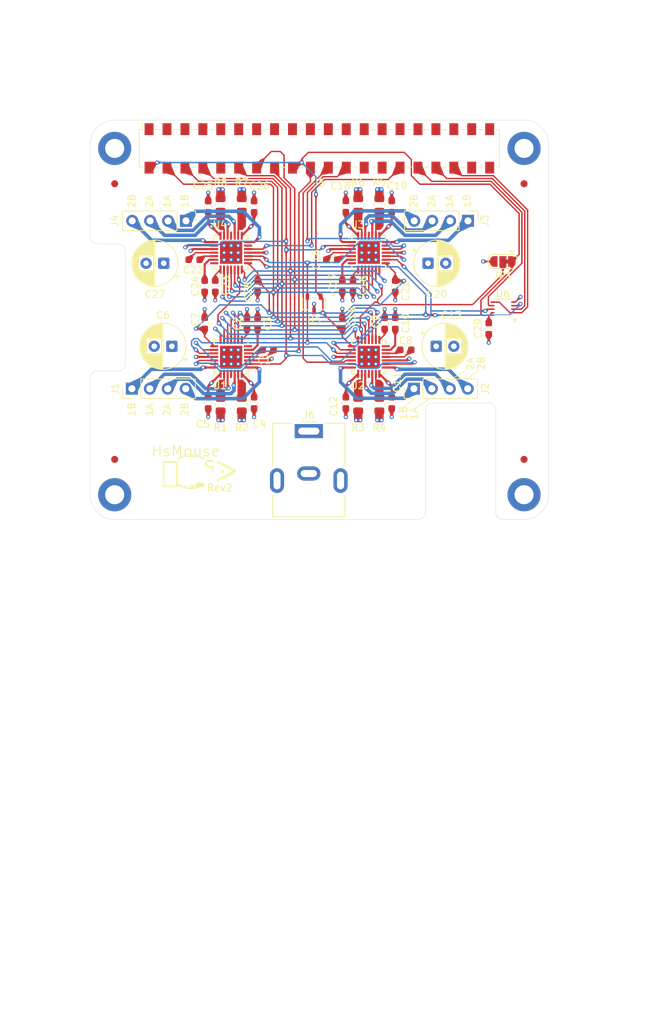
<source format=kicad_pcb>
(kicad_pcb
	(version 20241229)
	(generator "pcbnew")
	(generator_version "9.0")
	(general
		(thickness 1.6688)
		(legacy_teardrops no)
	)
	(paper "A5" portrait)
	(title_block
		(title "Quad A4988 Pi5 Hat")
		(rev "2")
	)
	(layers
		(0 "F.Cu" signal)
		(4 "In1.Cu" signal)
		(6 "In2.Cu" signal)
		(2 "B.Cu" signal)
		(9 "F.Adhes" user "F.Adhesive")
		(11 "B.Adhes" user "B.Adhesive")
		(13 "F.Paste" user)
		(15 "B.Paste" user)
		(5 "F.SilkS" user "F.Silkscreen")
		(7 "B.SilkS" user "B.Silkscreen")
		(1 "F.Mask" user)
		(3 "B.Mask" user)
		(17 "Dwgs.User" user "User.Drawings")
		(19 "Cmts.User" user "User.Comments")
		(21 "Eco1.User" user "User.Eco1")
		(23 "Eco2.User" user "User.Eco2")
		(25 "Edge.Cuts" user)
		(27 "Margin" user)
		(31 "F.CrtYd" user "F.Courtyard")
		(29 "B.CrtYd" user "B.Courtyard")
		(35 "F.Fab" user)
		(33 "B.Fab" user)
		(39 "User.1" user)
		(41 "User.2" user)
		(43 "User.3" user)
		(45 "User.4" user)
	)
	(setup
		(stackup
			(layer "F.SilkS"
				(type "Top Silk Screen")
			)
			(layer "F.Paste"
				(type "Top Solder Paste")
			)
			(layer "F.Mask"
				(type "Top Solder Mask")
				(thickness 0.01)
			)
			(layer "F.Cu"
				(type "copper")
				(thickness 0.0348)
			)
			(layer "dielectric 1"
				(type "prepreg")
				(thickness 0.1)
				(material "FR4")
				(epsilon_r 4.5)
				(loss_tangent 0.02)
			)
			(layer "In1.Cu"
				(type "copper")
				(thickness 0.0696)
			)
			(layer "dielectric 2"
				(type "core")
				(thickness 1.24)
				(material "FR4")
				(epsilon_r 4.5)
				(loss_tangent 0.02)
			)
			(layer "In2.Cu"
				(type "copper")
				(thickness 0.0696)
			)
			(layer "dielectric 3"
				(type "prepreg")
				(thickness 0.1)
				(material "FR4")
				(epsilon_r 4.5)
				(loss_tangent 0.02)
			)
			(layer "B.Cu"
				(type "copper")
				(thickness 0.0348)
			)
			(layer "B.Mask"
				(type "Bottom Solder Mask")
				(thickness 0.01)
			)
			(layer "B.Paste"
				(type "Bottom Solder Paste")
			)
			(layer "B.SilkS"
				(type "Bottom Silk Screen")
			)
			(copper_finish "None")
			(dielectric_constraints no)
		)
		(pad_to_mask_clearance 0)
		(allow_soldermask_bridges_in_footprints no)
		(tenting none)
		(aux_axis_origin 42.5 106.5)
		(grid_origin 42.5 50)
		(pcbplotparams
			(layerselection 0x00000000_00000000_55555555_5755f5ff)
			(plot_on_all_layers_selection 0x00000000_00000000_00000000_00000000)
			(disableapertmacros no)
			(usegerberextensions yes)
			(usegerberattributes no)
			(usegerberadvancedattributes no)
			(creategerberjobfile no)
			(dashed_line_dash_ratio 12.000000)
			(dashed_line_gap_ratio 3.000000)
			(svgprecision 4)
			(plotframeref no)
			(mode 1)
			(useauxorigin no)
			(hpglpennumber 1)
			(hpglpenspeed 20)
			(hpglpendiameter 15.000000)
			(pdf_front_fp_property_popups yes)
			(pdf_back_fp_property_popups yes)
			(pdf_metadata yes)
			(pdf_single_document no)
			(dxfpolygonmode yes)
			(dxfimperialunits yes)
			(dxfusepcbnewfont yes)
			(psnegative no)
			(psa4output no)
			(plot_black_and_white yes)
			(sketchpadsonfab no)
			(plotpadnumbers no)
			(hidednponfab no)
			(sketchdnponfab yes)
			(crossoutdnponfab yes)
			(subtractmaskfromsilk yes)
			(outputformat 1)
			(mirror no)
			(drillshape 0)
			(scaleselection 1)
			(outputdirectory "gerbers/")
		)
	)
	(net 0 "")
	(net 1 "Net-(U1-CP2)")
	(net 2 "Net-(U1-CP1)")
	(net 3 "Net-(U1-VREG)")
	(net 4 "GND")
	(net 5 "/PWR")
	(net 6 "Net-(U1-VCP)")
	(net 7 "/+3.3V")
	(net 8 "Net-(U2-CP2)")
	(net 9 "Net-(U2-CP1)")
	(net 10 "Net-(U2-VREG)")
	(net 11 "Net-(U2-VCP)")
	(net 12 "Net-(U3-CP1)")
	(net 13 "Net-(U3-CP2)")
	(net 14 "Net-(U3-VREG)")
	(net 15 "Net-(U3-VCP)")
	(net 16 "Net-(U4-CP1)")
	(net 17 "Net-(U4-CP2)")
	(net 18 "Net-(U4-VREG)")
	(net 19 "Net-(U4-VCP)")
	(net 20 "Net-(J1-Pin_3)")
	(net 21 "Net-(J1-Pin_4)")
	(net 22 "Net-(J1-Pin_2)")
	(net 23 "Net-(J1-Pin_1)")
	(net 24 "Net-(J2-Pin_1)")
	(net 25 "Net-(J2-Pin_4)")
	(net 26 "Net-(J2-Pin_2)")
	(net 27 "Net-(J2-Pin_3)")
	(net 28 "Net-(J3-Pin_2)")
	(net 29 "Net-(J3-Pin_3)")
	(net 30 "Net-(J3-Pin_1)")
	(net 31 "Net-(J3-Pin_4)")
	(net 32 "Net-(J4-Pin_2)")
	(net 33 "Net-(J4-Pin_4)")
	(net 34 "Net-(J4-Pin_1)")
	(net 35 "Net-(J4-Pin_3)")
	(net 36 "/DIAG2")
	(net 37 "/~{RESET}")
	(net 38 "unconnected-(J5-GPIO23{slash}SDIO_CMD-Pad16)")
	(net 39 "/PWM")
	(net 40 "unconnected-(J5-5V-Pad2)")
	(net 41 "/MS1")
	(net 42 "/~{ENABLE}")
	(net 43 "unconnected-(J5-GPIO12{slash}PWM0-Pad32)")
	(net 44 "unconnected-(J5-~{CE1}_SPI0{slash}GPIO07-Pad26)")
	(net 45 "unconnected-(J5-GPIO18{slash}SPI1_~{CE0}{slash}PCM_CLK{slash}PWM0-Pad12)")
	(net 46 "unconnected-(J5-GPIO26{slash}SDIO_DAT2-Pad37)")
	(net 47 "unconnected-(J5-ID_SD_I2C0{slash}GPIO00-Pad27)")
	(net 48 "/MS2")
	(net 49 "unconnected-(J5-GPIO20{slash}SPI1_MOSI{slash}PCM_DIN{slash}PWM1-Pad38)")
	(net 50 "/MS3")
	(net 51 "/~{SLEEP}")
	(net 52 "/DIR2")
	(net 53 "/DIR1")
	(net 54 "/DIAG1")
	(net 55 "unconnected-(J5-GPIO14{slash}UART_TXD-Pad8)")
	(net 56 "unconnected-(J5-~{CE0}_SPI0{slash}GPIO08-Pad24)")
	(net 57 "unconnected-(J5-GPIO21{slash}SPI1_SCLK{slash}PCM_DOUT-Pad40)")
	(net 58 "unconnected-(J5-GPIO25{slash}SDIO_DAT1-Pad22)")
	(net 59 "unconnected-(J5-ID_SC_I2C0{slash}GPIO01-Pad28)")
	(net 60 "unconnected-(J5-GPIO16{slash}SPI1_~{CE2}-Pad36)")
	(net 61 "unconnected-(J5-GPIO24{slash}SDIO_DAT0-Pad18)")
	(net 62 "/DIR3")
	(net 63 "unconnected-(J5-5V-Pad2)_1")
	(net 64 "unconnected-(J5-GPIO15{slash}UART_RXD-Pad10)")
	(net 65 "/DIR4")
	(net 66 "/ROSC")
	(net 67 "Net-(U1-SENSE1)")
	(net 68 "Net-(U1-SENSE2)")
	(net 69 "Net-(U2-SENSE2)")
	(net 70 "Net-(U2-SENSE1)")
	(net 71 "Net-(U3-SENSE2)")
	(net 72 "Net-(U3-SENSE1)")
	(net 73 "Net-(U4-SENSE2)")
	(net 74 "Net-(U4-SENSE1)")
	(net 75 "/STEP1")
	(net 76 "/+0.9V")
	(net 77 "/STEP2")
	(net 78 "unconnected-(J5-GND-Pad14)_7")
	(net 79 "unconnected-(J5-GND-Pad14)_6")
	(net 80 "unconnected-(J5-GND-Pad14)_5")
	(net 81 "unconnected-(J5-GND-Pad14)_4")
	(net 82 "unconnected-(J5-GND-Pad14)_3")
	(net 83 "unconnected-(J5-GND-Pad14)_2")
	(net 84 "unconnected-(J5-GND-Pad14)_1")
	(net 85 "unconnected-(J5-GND-Pad14)")
	(footprint "Capacitor_SMD:C_0603_1608Metric" (layer "F.Cu") (at 76.75 69.75))
	(footprint "Resistor_SMD:R_0805_2012Metric" (layer "F.Cu") (at 61 90.25 -90))
	(footprint "HLE-120-02-G-DV-BE-Reverse:Samtec_HLE-120-02-xxx-DV-BE-A_2x20_P2.54mm_Horizontal" (layer "F.Cu") (at 75 54))
	(footprint "A4988SETTR-T:QFN50P500X500X90-29N" (layer "F.Cu") (at 82 83.5 180))
	(footprint "Fiducial:Fiducial_1mm_Mask3mm" (layer "F.Cu") (at 46 98))
	(footprint "Capacitor_SMD:C_0603_1608Metric" (layer "F.Cu") (at 60.25 73.5 -90))
	(footprint "Capacitor_SMD:C_0603_1608Metric" (layer "F.Cu") (at 79.75 73.5 -90))
	(footprint "Jumper:SolderJumper-3_P1.3mm_Bridged12_RoundedPad1.0x1.5mm" (layer "F.Cu") (at 101 70 180))
	(footprint "MountingHole:MountingHole_2.7mm_M2.5_DIN965_Pad" (layer "F.Cu") (at 104 103))
	(footprint "Resistor_SMD:R_0805_2012Metric" (layer "F.Cu") (at 83.5 62 90))
	(footprint "SN74LVC2G08DCUR:DCU8-L" (layer "F.Cu") (at 101 76.5 180))
	(footprint "Capacitor_SMD:C_0603_1608Metric" (layer "F.Cu") (at 59.25 90 90))
	(footprint "Resistor_SMD:R_0805_2012Metric" (layer "F.Cu") (at 61 62 90))
	(footprint "MountingHole:MountingHole_2.7mm_M2.5_DIN965_Pad" (layer "F.Cu") (at 46 103))
	(footprint "Fiducial:Fiducial_1mm_Mask3mm" (layer "F.Cu") (at 46 59))
	(footprint "A4988SETTR-T:QFN50P500X500X90-29N" (layer "F.Cu") (at 62.5 83.5 180))
	(footprint "Capacitor_SMD:C_0603_1608Metric" (layer "F.Cu") (at 58.75 73.5 90))
	(footprint "Fiducial:Fiducial_1mm_Mask3mm" (layer "F.Cu") (at 104 98))
	(footprint "Resistor_SMD:R_0805_2012Metric" (layer "F.Cu") (at 80.5 62 90))
	(footprint "Connector_BarrelJack:BarrelJack_CUI_PJ-063AH_Horizontal" (layer "F.Cu") (at 73.5 94))
	(footprint "Resistor_SMD:R_0805_2012Metric" (layer "F.Cu") (at 64 90.25 -90))
	(footprint "Fiducial:Fiducial_1mm_Mask3mm" (layer "F.Cu") (at 104 59))
	(footprint "Capacitor_SMD:C_0603_1608Metric" (layer "F.Cu") (at 65.75 62.25 -90))
	(footprint "Capacitor_THT:CP_Radial_D6.3mm_P2.50mm"
		(layer "F.Cu")
		(uuid "4bb7dc12-9096-4a78-a4f3-26e30e9ca0d1")
		(at 52.95 70.25 180)
		(descr "CP, Radial series, Radial, pin pitch=2.50mm, diameter=6.3mm, height=7mm, Electrolytic Capacitor")
		(tags "CP Radial series Radial pin pitch 2.50mm diameter 6.3mm height 7mm Electrolytic Capacitor")
		(property "Reference" "C27"
			(at 1.25 -4.4 0)
			(layer "F.SilkS")
			(uuid "c96db35d-ff20-4d45-9ac9-16781fe46cc8")
			(effects
				(font
					(size 1 1)
					(thickness 0.15)
				)
			)
		)
		(property "Value" "100µF"
			(at 1.25 4.4 0)
			(layer "F.Fab")
			(uuid "cd03604c-8e49-439d-aad2-4429c869b005")
			(effects
				(font
					(size 1 1)
					(thickness 0.15)
				)
			)
		)
		(property "Datasheet" ""
			(at 0 0 0)
			(layer "F.Fab")
			(hide yes)
			(uuid "cb9bced6-1dd4-47ac-9116-7c2e7cce2913")
			(effects
				(font
					(size 1.27 1.27)
					(thickness 0.15)
				)
			)
		)
		(property "Description" "capacitor, small US symbol"
			(at 0 0 0)
			(layer "F.Fab")
			(hide yes)
			(uuid "473a90b3-29b8-46c7-9aa6-0d76481c7dc4")
			(effects
				(font
					(size 1.27 1.27)
					(thickness 0.15)
				)
			)
		)
		(property ki_fp_filters "C_*")
		(path "/64dc17f3-36c8-4201-aec6-cae51556891b")
		(sheetname "/")
		(sheetfile "quad-a4988-rev2.kicad_sch")
		(attr through_hole)
		(fp_line
			(start 4.49 -0.402)
			(end 4.49 0.402)
			(stroke
				(width 0.12)
				(type solid)
			)
			(layer "F.SilkS")
			(uuid "95e744e3-6f44-4657-affd-8090e64ff478")
		)
		(fp_line
			(start 4.45 -0.633)
			(end 4.45 0.633)
			(stroke
				(width 0.12)
				(type solid)
			)
			(layer "F.SilkS")
			(uuid "149876b1-3a6d-4de1-80bf-bd480a6b8b8e")
		)
		(fp_line
			(start 4.41 -0.801)
			(end 4.41 0.801)
			(stroke
				(width 0.12)
				(type solid)
			)
			(layer "F.SilkS")
			(uuid "e81f96d6-a84d-4ad1-a19f-3c9a3f66fe9d")
		)
		(fp_line
			(start 4.37 -0.939)
			(end 4.37 0.939)
			(stroke
				(width 0.12)
				(type solid)
			)
			(layer "F.SilkS")
			(uuid "373b67ec-1fa6-48ae-9ae1-449f529cf800")
		)
		(fp_line
			(start 4.33 -1.058)
			(end 4.33 1.058)
			(stroke
				(width 0.12)
				(type solid)
			)
			(layer "F.SilkS")
			(uuid "7b0231b1-e87a-4f05-a552-ed4ce4851e2b")
		)
		(fp_line
			(start 4.29 -1.165)
			(end 4.29 1.165)
			(stroke
				(width 0.12)
				(type solid)
			)
			(layer "F.SilkS")
			(uuid "fd175953-493e-4eae-b02a-9b4c7f0a7575")
		)
		(fp_line
			(start 4.25 -1.261)
			(end 4.25 1.261)
			(stroke
				(width 0.12)
				(type solid)
			)
			(layer "F.SilkS")
			(uuid "2b1cf326-0536-4469-a6db-94fccb7bc784")
		)
		(fp_line
			(start 4.21 -1.35)
			(end 4.21 1.35)
			(stroke
				(width 0.12)
				(type solid)
			)
			(layer "F.SilkS")
			(uuid "ba8c8d63-f8c5-4912-a922-4a3f9cb003ee")
		)
		(fp_line
			(start 4.17 -1.432)
			(end 4.17 1.432)
			(stroke
				(width 0.12)
				(type solid)
			)
			(layer "F.SilkS")
			(uuid "5bb1d8d1-ba03-4543-8de3-90de3ef5f41a")
		)
		(fp_line
			(start 4.13 -1.509)
			(end 4.13 1.509)
			(stroke
				(width 0.12)
				(type solid)
			)
			(layer "F.SilkS")
			(uuid "7fe02ef6-a601-4171-ad23-21970cb1c4da")
		)
		(fp_line
			(start 4.09 -1.581)
			(end 4.09 1.581)
			(stroke
				(width 0.12)
				(type solid)
			)
			(layer "F.SilkS")
			(uuid "b5a84641-6a0d-466e-a1b9-69169d26479e")
		)
		(fp_line
			(start 4.05 -1.649)
			(end 4.05 1.649)
			(stroke
				(width 0.12)
				(type solid)
			)
			(layer "F.SilkS")
			(uuid "d1b82c9f-4358-493d-978f-dd7231dfb062")
		)
		(fp_line
			(start 4.01 -1.714)
			(end 4.01 1.714)
			(stroke
				(width 0.12)
				(type solid)
			)
			(layer "F.SilkS")
			(uuid "463b86dd-b040-4b63-a8c6-1a40c66abbec")
		)
		(fp_line
			(start 3.97 -1.775)
			(end 3.97 1.775)
			(stroke
				(width 0.12)
				(type solid)
			)
			(layer "F.SilkS")
			(uuid "5736cba4-0498-4761-93c8-49c72300d5bb")
		)
		(fp_line
			(start 3.93 -1.834)
			(end 3.93 1.834)
			(stroke
				(width 0.12)
				(type solid)
			)
			(layer "F.SilkS")
			(uuid "ad0f445c-6036-4ddc-b0bf-92c3f2067659")
		)
		(fp_line
			(start 3.89 -1.89)
			(end 3.89 1.89)
			(stroke
				(width 0.12)
				(type solid)
			)
			(layer "F.SilkS")
			(uuid "45c6998d-b225-4f70-9673-1da0f4b066eb")
		)
		(fp_line
			(start 3.85 -1.943)
			(end 3.85 1.943)
			(stroke
				(width 0.12)
				(type solid)
			)
			(layer "F.SilkS")
			(uuid "be20906d-d757-4af4-8ca8-6b56c118eb9e")
		)
		(fp_line
			(start 3.81 -1.995)
			(end 3.81 1.995)
			(stroke
				(width 0.12)
				(type solid)
			)
			(layer "F.SilkS")
			(uuid "9f98ecf6-85f8-441b-8101-182a79203750")
		)
		(fp_line
			(start 3.77 -2.044)
			(end 3.77 2.044)
			(stroke
				(width 0.12)
				(type solid)
			)
			(layer "F.SilkS")
			(uuid "8aa9eca3-27e4-43ab-92e2-4429a8aff8cb")
		)
		(fp_line
			(start 3.73 -2.091)
			(end 3.73 2.091)
			(stroke
				(width 0.12)
				(type solid)
			)
			(layer "F.SilkS")
			(uuid "b3b2c212-661c-4310-a589-d2fe3c8a57b4")
		)
		(fp_line
			(start 3.69 -2.137)
			(end 3.69 2.137)
			(stroke
				(width 0.12)
				(type solid)
			)
			(layer "F.SilkS")
			(uuid "425faf5b-95f3-4b0a-a406-cfaab07f13b5")
		)
		(fp_line
			(start 3.65 -2.181)
			(end 3.65 2.181)
			(stroke
				(width 0.12)
				(type solid)
			)
			(layer "F.SilkS")
			(uuid "8acc260d-fd36-4f1c-a5a1-aa2492fcb251")
		)
		(fp_line
			(start 3.61 -2.223)
			(end 3.61 2.223)
			(stroke
				(width 0.12)
				(type solid)
			)
			(layer "F.SilkS")
			(uuid "630a7fb9-b92f-408f-83db-c6363004856d")
		)
		(fp_line
			(start 3.57 -2.264)
			(end 3.57 2.264)
			(stroke
				(width 0.12)
				(type solid)
			)
			(layer "F.SilkS")
			(uuid "2ec9cfef-47df-4840-bae6-1a8b7764cc35")
		)
		(fp_line
			(start 3.53 1.04)
			(end 3.53 2.304)
			(stroke
				(width 0.12)
				(type solid)
			)
			(layer "F.SilkS")
			(uuid "8814a25a-6caa-4cb5-884b-5160ab72b6f1")
		)
		(fp_line
			(start 3.53 -2.304)
			(end 3.53 -1.04)
			(stroke
				(width 0.12)
				(type solid)
			)
			(layer "F.SilkS")
			(uuid "85f9d28e-609f-4662-b56e-37b44b7e50d8")
		)
		(fp_line
			(start 3.49 1.04)
			(end 3.49 2.342)
			(stroke
				(width 0.12)
				(type solid)
			)
			(layer "F.SilkS")
			(uuid "05bfd1c0-6528-4a54-bd35-a7a53495ce8f")
		)
		(fp_line
			(start 3.49 -2.342)
			(end 3.49 -1.04)
			(stroke
				(width 0.12)
				(type solid)
			)
			(layer "F.SilkS")
			(uuid "e5e5ba17-81f9-4a1b-93f2-13287091a20a")
		)
		(fp_line
			(start 3.45 1.04)
			(end 3.45 2.379)
			(stroke
				(width 0.12)
				(type solid)
			)
			(layer "F.SilkS")
			(uuid "23cd46b4-267c-452d-8be8-22b5f6408560")
		)
		(fp_line
			(start 3.45 -2.379)
			(end 3.45 -1.04)
			(stroke
				(width 0.12)
				(type solid)
			)
			(layer "F.SilkS")
			(uuid "eea7cb4a-64a4-4692-ba7c-027ef01fdb7f")
		)
		(fp_line
			(start 3.41 1.04)
			(end 3.41 2.415)
			(stroke
				(width 0.12)
				(type solid)
			)
			(layer "F.SilkS")
			(uuid "4c973ea5-fabb-4f11-96b0-cd7cb577e801")
		)
		(fp_line
			(start 3.41 -2.415)
			(end 3.41 -1.04)
			(stroke
				(width 0.12)
				(type solid)
			)
			(layer "F.SilkS")
			(uuid "2acbe928-30e1-4fb7-a03c-54d7315ec8cd")
		)
		(fp_line
			(start 3.37 1.04)
			(end 3.37 2.45)
			(stroke
				(width 0.12)
				(type solid)
			)
			(layer "F.SilkS")
			(uuid "ad4ecf0b-39df-499c-8e2f-57969265e2d8")
		)
		(fp_line
			(start 3.37 -2.45)
			(end 3.37 -1.04)
			(stroke
				(width 0.12)
				(type solid)
			)
			(layer "F.SilkS")
			(uuid "3ae207cf-43b4-4da1-bc2d-cbfcbec2c766")
		)
		(fp_line
			(start 3.33 1.04)
			(end 3.33 2.483)
			(stroke
				(width 0.12)
				(type solid)
			)
			(layer "F.SilkS")
			(uuid "0a7a01c4-6f3e-4cfa-afac-9d45947e8970")
		)
		(fp_line
			(start 3.33 -2.483)
			(end 3.33 -1.04)
			(stroke
				(width 0.12)
				(type solid)
			)
			(layer "F.SilkS")
			(uuid "ba3f6104-4823-4c14-bf3c-d17037f41809")
		)
		(fp_line
			(start 3.29 1.04)
			(end 3.29 2.516)
			(stroke
				(width 0.12)
				(type solid)
			)
			(layer "F.SilkS")
			(uuid "696accca-475c-4b02-b53a-3fc15189b9c5")
		)
		(fp_line
			(start 3.29 -2.516)
			(end 3.29 -1.04)
			(stroke
				(width 0.12)
				(type solid)
			)
			(layer "F.SilkS")
			(uuid "d7b4377e-cb15-4cf0-b35f-f42e12905402")
		)
		(fp_line
			(start 3.25 1.04)
			(end 3.25 2.547)
			(stroke
				(width 0.12)
				(type solid)
			)
			(layer "F.SilkS")
			(uuid "6c8e4213-1918-44e3-9709-9e80ce73254d")
		)
		(fp_line
			(start 3.25 -2.547)
			(end 3.25 -1.04)
			(stroke
				(width 0.12)
				(type solid)
			)
			(layer "F.SilkS")
			(uuid "2ac9573e-4a70-4ec6-8af5-395fc26790a9")
		)
		(fp_line
			(start 3.21 1.04)
			(end 3.21 2.577)
			(stroke
				(width 0.12)
				(type solid)
			)
			(layer "F.SilkS")
			(uuid "47c30495-9061-40de-bfea-3e25fcb12f08")
		)
		(fp_line
			(start 3.21 -2.577)
			(end 3.21 -1.04)
			(stroke
				(width 0.12)
				(type solid)
			)
			(layer "F.SilkS")
			(uuid "17eddb4a-2d95-4b00-bf88-55a8900444ef")
		)
		(fp_line
			(start 3.17 1.04)
			(end 3.17 2.607)
			(stroke
				(width 0.12)
				(type solid)
			)
			(layer "F.SilkS")
			(uuid "3d55c278-9496-421a-b18e-829dc486358c")
		)
		(fp_line
			(start 3.17 -2.607)
			(end 3.17 -1.04)
			(stroke
				(width 0.12)
				(type solid)
			)
			(layer "F.SilkS")
			(uuid "03e034a5-c7e1-4195-a273-4987b55c92cf")
		)
		(fp_line
			(start 3.13 1.04)
			(end 3.13 2.636)
			(stroke
				(width 0.12)
				(type solid)
			)
			(layer "F.SilkS")
			(uuid "d905a041-18fa-40c7-8ff2-f8c5e8ad1afd")
		)
		(fp_line
			(start 3.13 -2.636)
			(end 3.13 -1.04)
			(stroke
				(width 0.12)
				(type solid)
			)
			(layer "F.SilkS")
			(uuid "4ff805a4-da5f-448f-acc2-e711f194bc31")
		)
		(fp_line
			(start 3.09 1.04)
			(end 3.09 2.663)
			(stroke
				(width 0.12)
				(type solid)
			)
			(layer "F.SilkS")
			(uuid "e25f921b-262c-47d8-a200-228c488b031a")
		)
		(fp_line
			(start 3.09 -2.663)
			(end 3.09 -1.04)
			(stroke
				(width 0.12)
				(type solid)
			)
			(layer "F.SilkS")
			(uuid "b746b61b-3c0d-4b80-9c3a-481fcf9f56b8")
		)
		(fp_line
			(start 3.05 1.04)
			(end 3.05 2.69)
			(stroke
				(width 0.12)
				(type solid)
			)
			(layer "F.SilkS")
			(uuid "4fc2b677-f8e3-4a76-a8e0-85875f72ef5b")
		)
		(fp_line
			(start 3.05 -2.69)
			(end 3.05 -1.04)
			(stroke
				(width 0.12)
				(type solid)
			)
			(layer "F.SilkS")
			(uuid "9edf0da9-50c8-4187-9363-83cdc25ea57b")
		)
		(fp_line
			(start 3.01 1.04)
			(end 3.01 2.716)
			(stroke
				(width 0.12)
				(type solid)
			)
			(layer "F.SilkS")
			(uuid "236bfc14-1b91-4e38-a1ec-9344bc4b9df4")
		)
		(fp_line
			(start 3.01 -2.716)
			(end 3.01 -1.04)
			(stroke
				(width 0.12)
				(type solid)
			)
			(layer "F.SilkS")
			(uuid "551f1c93-0a4b-4cea-b623-440cf1df4b7d")
		)
		(fp_line
			(start 2.97 1.04)
			(end 2.97 2.741)
			(stroke
				(width 0.12)
				(type solid)
			)
			(layer "F.SilkS")
			(uuid "3074059d-b08d-474c-8493-95e7a5592405")
		)
		(fp_line
			(start 2.97 -2.741)
			(end 2.97 -1.04)
			(stroke
				(width 0.12)
				(type solid)
			)
			(layer "F.SilkS")
			(uuid "98a6e72e-7a98-4d79-9c6f-3e7f038fa767")
		)
		(fp_line
			(start 2.93 1.04)
			(end 2.93 2.765)
			(stroke
				(width 0.12)
				(type solid)
			)
			(layer "F.SilkS")
			(uuid "22f6f3ad-4180-480e-a624-35eab572c943")
		)
		(fp_line
			(start 2.93 -2.765)
			(end 2.93 -1.04)
			(stroke
				(width 0.12)
				(type solid)
			)
			(layer "F.SilkS")
			(uuid "357b4f38-62c0-4620-87b0-bcf7a1dbec1f")
		)
		(fp_line
			(start 2.89 1.04)
			(end 2.89 2.789)
			(stroke
				(width 0.12)
				(type solid)
			)
			(layer "F.SilkS")
			(uuid "0b1be72d-ec22-49b5-9214-8397b574fcd2")
		)
	
... [1548186 chars truncated]
</source>
